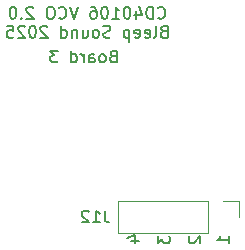
<source format=gbo>
G04 #@! TF.GenerationSoftware,KiCad,Pcbnew,9.0.4-9.0.4-0~ubuntu22.04.1*
G04 #@! TF.CreationDate,2025-10-19T11:47:48+01:00*
G04 #@! TF.ProjectId,CD40106_VCO,43443430-3130-4365-9f56-434f2e6b6963,rev?*
G04 #@! TF.SameCoordinates,Original*
G04 #@! TF.FileFunction,Legend,Bot*
G04 #@! TF.FilePolarity,Positive*
%FSLAX46Y46*%
G04 Gerber Fmt 4.6, Leading zero omitted, Abs format (unit mm)*
G04 Created by KiCad (PCBNEW 9.0.4-9.0.4-0~ubuntu22.04.1) date 2025-10-19 11:47:48*
%MOMM*%
%LPD*%
G01*
G04 APERTURE LIST*
%ADD10C,0.150000*%
%ADD11C,0.120000*%
%ADD12C,1.600000*%
%ADD13O,1.600000X1.600000*%
%ADD14O,2.500000X2.500000*%
%ADD15R,1.700000X1.700000*%
%ADD16O,1.700000X1.700000*%
G04 APERTURE END LIST*
D10*
X40969819Y-74460588D02*
X40969819Y-73889160D01*
X40969819Y-74174874D02*
X39969819Y-74174874D01*
X39969819Y-74174874D02*
X40112676Y-74079636D01*
X40112676Y-74079636D02*
X40207914Y-73984398D01*
X40207914Y-73984398D02*
X40255533Y-73889160D01*
X34976190Y-55359580D02*
X35023809Y-55407200D01*
X35023809Y-55407200D02*
X35166666Y-55454819D01*
X35166666Y-55454819D02*
X35261904Y-55454819D01*
X35261904Y-55454819D02*
X35404761Y-55407200D01*
X35404761Y-55407200D02*
X35499999Y-55311961D01*
X35499999Y-55311961D02*
X35547618Y-55216723D01*
X35547618Y-55216723D02*
X35595237Y-55026247D01*
X35595237Y-55026247D02*
X35595237Y-54883390D01*
X35595237Y-54883390D02*
X35547618Y-54692914D01*
X35547618Y-54692914D02*
X35499999Y-54597676D01*
X35499999Y-54597676D02*
X35404761Y-54502438D01*
X35404761Y-54502438D02*
X35261904Y-54454819D01*
X35261904Y-54454819D02*
X35166666Y-54454819D01*
X35166666Y-54454819D02*
X35023809Y-54502438D01*
X35023809Y-54502438D02*
X34976190Y-54550057D01*
X34547618Y-55454819D02*
X34547618Y-54454819D01*
X34547618Y-54454819D02*
X34309523Y-54454819D01*
X34309523Y-54454819D02*
X34166666Y-54502438D01*
X34166666Y-54502438D02*
X34071428Y-54597676D01*
X34071428Y-54597676D02*
X34023809Y-54692914D01*
X34023809Y-54692914D02*
X33976190Y-54883390D01*
X33976190Y-54883390D02*
X33976190Y-55026247D01*
X33976190Y-55026247D02*
X34023809Y-55216723D01*
X34023809Y-55216723D02*
X34071428Y-55311961D01*
X34071428Y-55311961D02*
X34166666Y-55407200D01*
X34166666Y-55407200D02*
X34309523Y-55454819D01*
X34309523Y-55454819D02*
X34547618Y-55454819D01*
X33119047Y-54788152D02*
X33119047Y-55454819D01*
X33357142Y-54407200D02*
X33595237Y-55121485D01*
X33595237Y-55121485D02*
X32976190Y-55121485D01*
X32404761Y-54454819D02*
X32309523Y-54454819D01*
X32309523Y-54454819D02*
X32214285Y-54502438D01*
X32214285Y-54502438D02*
X32166666Y-54550057D01*
X32166666Y-54550057D02*
X32119047Y-54645295D01*
X32119047Y-54645295D02*
X32071428Y-54835771D01*
X32071428Y-54835771D02*
X32071428Y-55073866D01*
X32071428Y-55073866D02*
X32119047Y-55264342D01*
X32119047Y-55264342D02*
X32166666Y-55359580D01*
X32166666Y-55359580D02*
X32214285Y-55407200D01*
X32214285Y-55407200D02*
X32309523Y-55454819D01*
X32309523Y-55454819D02*
X32404761Y-55454819D01*
X32404761Y-55454819D02*
X32499999Y-55407200D01*
X32499999Y-55407200D02*
X32547618Y-55359580D01*
X32547618Y-55359580D02*
X32595237Y-55264342D01*
X32595237Y-55264342D02*
X32642856Y-55073866D01*
X32642856Y-55073866D02*
X32642856Y-54835771D01*
X32642856Y-54835771D02*
X32595237Y-54645295D01*
X32595237Y-54645295D02*
X32547618Y-54550057D01*
X32547618Y-54550057D02*
X32499999Y-54502438D01*
X32499999Y-54502438D02*
X32404761Y-54454819D01*
X31119047Y-55454819D02*
X31690475Y-55454819D01*
X31404761Y-55454819D02*
X31404761Y-54454819D01*
X31404761Y-54454819D02*
X31499999Y-54597676D01*
X31499999Y-54597676D02*
X31595237Y-54692914D01*
X31595237Y-54692914D02*
X31690475Y-54740533D01*
X30499999Y-54454819D02*
X30404761Y-54454819D01*
X30404761Y-54454819D02*
X30309523Y-54502438D01*
X30309523Y-54502438D02*
X30261904Y-54550057D01*
X30261904Y-54550057D02*
X30214285Y-54645295D01*
X30214285Y-54645295D02*
X30166666Y-54835771D01*
X30166666Y-54835771D02*
X30166666Y-55073866D01*
X30166666Y-55073866D02*
X30214285Y-55264342D01*
X30214285Y-55264342D02*
X30261904Y-55359580D01*
X30261904Y-55359580D02*
X30309523Y-55407200D01*
X30309523Y-55407200D02*
X30404761Y-55454819D01*
X30404761Y-55454819D02*
X30499999Y-55454819D01*
X30499999Y-55454819D02*
X30595237Y-55407200D01*
X30595237Y-55407200D02*
X30642856Y-55359580D01*
X30642856Y-55359580D02*
X30690475Y-55264342D01*
X30690475Y-55264342D02*
X30738094Y-55073866D01*
X30738094Y-55073866D02*
X30738094Y-54835771D01*
X30738094Y-54835771D02*
X30690475Y-54645295D01*
X30690475Y-54645295D02*
X30642856Y-54550057D01*
X30642856Y-54550057D02*
X30595237Y-54502438D01*
X30595237Y-54502438D02*
X30499999Y-54454819D01*
X29309523Y-54454819D02*
X29499999Y-54454819D01*
X29499999Y-54454819D02*
X29595237Y-54502438D01*
X29595237Y-54502438D02*
X29642856Y-54550057D01*
X29642856Y-54550057D02*
X29738094Y-54692914D01*
X29738094Y-54692914D02*
X29785713Y-54883390D01*
X29785713Y-54883390D02*
X29785713Y-55264342D01*
X29785713Y-55264342D02*
X29738094Y-55359580D01*
X29738094Y-55359580D02*
X29690475Y-55407200D01*
X29690475Y-55407200D02*
X29595237Y-55454819D01*
X29595237Y-55454819D02*
X29404761Y-55454819D01*
X29404761Y-55454819D02*
X29309523Y-55407200D01*
X29309523Y-55407200D02*
X29261904Y-55359580D01*
X29261904Y-55359580D02*
X29214285Y-55264342D01*
X29214285Y-55264342D02*
X29214285Y-55026247D01*
X29214285Y-55026247D02*
X29261904Y-54931009D01*
X29261904Y-54931009D02*
X29309523Y-54883390D01*
X29309523Y-54883390D02*
X29404761Y-54835771D01*
X29404761Y-54835771D02*
X29595237Y-54835771D01*
X29595237Y-54835771D02*
X29690475Y-54883390D01*
X29690475Y-54883390D02*
X29738094Y-54931009D01*
X29738094Y-54931009D02*
X29785713Y-55026247D01*
X28166665Y-54454819D02*
X27833332Y-55454819D01*
X27833332Y-55454819D02*
X27499999Y-54454819D01*
X26595237Y-55359580D02*
X26642856Y-55407200D01*
X26642856Y-55407200D02*
X26785713Y-55454819D01*
X26785713Y-55454819D02*
X26880951Y-55454819D01*
X26880951Y-55454819D02*
X27023808Y-55407200D01*
X27023808Y-55407200D02*
X27119046Y-55311961D01*
X27119046Y-55311961D02*
X27166665Y-55216723D01*
X27166665Y-55216723D02*
X27214284Y-55026247D01*
X27214284Y-55026247D02*
X27214284Y-54883390D01*
X27214284Y-54883390D02*
X27166665Y-54692914D01*
X27166665Y-54692914D02*
X27119046Y-54597676D01*
X27119046Y-54597676D02*
X27023808Y-54502438D01*
X27023808Y-54502438D02*
X26880951Y-54454819D01*
X26880951Y-54454819D02*
X26785713Y-54454819D01*
X26785713Y-54454819D02*
X26642856Y-54502438D01*
X26642856Y-54502438D02*
X26595237Y-54550057D01*
X25976189Y-54454819D02*
X25785713Y-54454819D01*
X25785713Y-54454819D02*
X25690475Y-54502438D01*
X25690475Y-54502438D02*
X25595237Y-54597676D01*
X25595237Y-54597676D02*
X25547618Y-54788152D01*
X25547618Y-54788152D02*
X25547618Y-55121485D01*
X25547618Y-55121485D02*
X25595237Y-55311961D01*
X25595237Y-55311961D02*
X25690475Y-55407200D01*
X25690475Y-55407200D02*
X25785713Y-55454819D01*
X25785713Y-55454819D02*
X25976189Y-55454819D01*
X25976189Y-55454819D02*
X26071427Y-55407200D01*
X26071427Y-55407200D02*
X26166665Y-55311961D01*
X26166665Y-55311961D02*
X26214284Y-55121485D01*
X26214284Y-55121485D02*
X26214284Y-54788152D01*
X26214284Y-54788152D02*
X26166665Y-54597676D01*
X26166665Y-54597676D02*
X26071427Y-54502438D01*
X26071427Y-54502438D02*
X25976189Y-54454819D01*
X24404760Y-54550057D02*
X24357141Y-54502438D01*
X24357141Y-54502438D02*
X24261903Y-54454819D01*
X24261903Y-54454819D02*
X24023808Y-54454819D01*
X24023808Y-54454819D02*
X23928570Y-54502438D01*
X23928570Y-54502438D02*
X23880951Y-54550057D01*
X23880951Y-54550057D02*
X23833332Y-54645295D01*
X23833332Y-54645295D02*
X23833332Y-54740533D01*
X23833332Y-54740533D02*
X23880951Y-54883390D01*
X23880951Y-54883390D02*
X24452379Y-55454819D01*
X24452379Y-55454819D02*
X23833332Y-55454819D01*
X23404760Y-55359580D02*
X23357141Y-55407200D01*
X23357141Y-55407200D02*
X23404760Y-55454819D01*
X23404760Y-55454819D02*
X23452379Y-55407200D01*
X23452379Y-55407200D02*
X23404760Y-55359580D01*
X23404760Y-55359580D02*
X23404760Y-55454819D01*
X22738094Y-54454819D02*
X22642856Y-54454819D01*
X22642856Y-54454819D02*
X22547618Y-54502438D01*
X22547618Y-54502438D02*
X22499999Y-54550057D01*
X22499999Y-54550057D02*
X22452380Y-54645295D01*
X22452380Y-54645295D02*
X22404761Y-54835771D01*
X22404761Y-54835771D02*
X22404761Y-55073866D01*
X22404761Y-55073866D02*
X22452380Y-55264342D01*
X22452380Y-55264342D02*
X22499999Y-55359580D01*
X22499999Y-55359580D02*
X22547618Y-55407200D01*
X22547618Y-55407200D02*
X22642856Y-55454819D01*
X22642856Y-55454819D02*
X22738094Y-55454819D01*
X22738094Y-55454819D02*
X22833332Y-55407200D01*
X22833332Y-55407200D02*
X22880951Y-55359580D01*
X22880951Y-55359580D02*
X22928570Y-55264342D01*
X22928570Y-55264342D02*
X22976189Y-55073866D01*
X22976189Y-55073866D02*
X22976189Y-54835771D01*
X22976189Y-54835771D02*
X22928570Y-54645295D01*
X22928570Y-54645295D02*
X22880951Y-54550057D01*
X22880951Y-54550057D02*
X22833332Y-54502438D01*
X22833332Y-54502438D02*
X22738094Y-54454819D01*
X35452381Y-56540953D02*
X35309524Y-56588572D01*
X35309524Y-56588572D02*
X35261905Y-56636191D01*
X35261905Y-56636191D02*
X35214286Y-56731429D01*
X35214286Y-56731429D02*
X35214286Y-56874286D01*
X35214286Y-56874286D02*
X35261905Y-56969524D01*
X35261905Y-56969524D02*
X35309524Y-57017144D01*
X35309524Y-57017144D02*
X35404762Y-57064763D01*
X35404762Y-57064763D02*
X35785714Y-57064763D01*
X35785714Y-57064763D02*
X35785714Y-56064763D01*
X35785714Y-56064763D02*
X35452381Y-56064763D01*
X35452381Y-56064763D02*
X35357143Y-56112382D01*
X35357143Y-56112382D02*
X35309524Y-56160001D01*
X35309524Y-56160001D02*
X35261905Y-56255239D01*
X35261905Y-56255239D02*
X35261905Y-56350477D01*
X35261905Y-56350477D02*
X35309524Y-56445715D01*
X35309524Y-56445715D02*
X35357143Y-56493334D01*
X35357143Y-56493334D02*
X35452381Y-56540953D01*
X35452381Y-56540953D02*
X35785714Y-56540953D01*
X34642857Y-57064763D02*
X34738095Y-57017144D01*
X34738095Y-57017144D02*
X34785714Y-56921905D01*
X34785714Y-56921905D02*
X34785714Y-56064763D01*
X33880952Y-57017144D02*
X33976190Y-57064763D01*
X33976190Y-57064763D02*
X34166666Y-57064763D01*
X34166666Y-57064763D02*
X34261904Y-57017144D01*
X34261904Y-57017144D02*
X34309523Y-56921905D01*
X34309523Y-56921905D02*
X34309523Y-56540953D01*
X34309523Y-56540953D02*
X34261904Y-56445715D01*
X34261904Y-56445715D02*
X34166666Y-56398096D01*
X34166666Y-56398096D02*
X33976190Y-56398096D01*
X33976190Y-56398096D02*
X33880952Y-56445715D01*
X33880952Y-56445715D02*
X33833333Y-56540953D01*
X33833333Y-56540953D02*
X33833333Y-56636191D01*
X33833333Y-56636191D02*
X34309523Y-56731429D01*
X33023809Y-57017144D02*
X33119047Y-57064763D01*
X33119047Y-57064763D02*
X33309523Y-57064763D01*
X33309523Y-57064763D02*
X33404761Y-57017144D01*
X33404761Y-57017144D02*
X33452380Y-56921905D01*
X33452380Y-56921905D02*
X33452380Y-56540953D01*
X33452380Y-56540953D02*
X33404761Y-56445715D01*
X33404761Y-56445715D02*
X33309523Y-56398096D01*
X33309523Y-56398096D02*
X33119047Y-56398096D01*
X33119047Y-56398096D02*
X33023809Y-56445715D01*
X33023809Y-56445715D02*
X32976190Y-56540953D01*
X32976190Y-56540953D02*
X32976190Y-56636191D01*
X32976190Y-56636191D02*
X33452380Y-56731429D01*
X32547618Y-56398096D02*
X32547618Y-57398096D01*
X32547618Y-56445715D02*
X32452380Y-56398096D01*
X32452380Y-56398096D02*
X32261904Y-56398096D01*
X32261904Y-56398096D02*
X32166666Y-56445715D01*
X32166666Y-56445715D02*
X32119047Y-56493334D01*
X32119047Y-56493334D02*
X32071428Y-56588572D01*
X32071428Y-56588572D02*
X32071428Y-56874286D01*
X32071428Y-56874286D02*
X32119047Y-56969524D01*
X32119047Y-56969524D02*
X32166666Y-57017144D01*
X32166666Y-57017144D02*
X32261904Y-57064763D01*
X32261904Y-57064763D02*
X32452380Y-57064763D01*
X32452380Y-57064763D02*
X32547618Y-57017144D01*
X30928570Y-57017144D02*
X30785713Y-57064763D01*
X30785713Y-57064763D02*
X30547618Y-57064763D01*
X30547618Y-57064763D02*
X30452380Y-57017144D01*
X30452380Y-57017144D02*
X30404761Y-56969524D01*
X30404761Y-56969524D02*
X30357142Y-56874286D01*
X30357142Y-56874286D02*
X30357142Y-56779048D01*
X30357142Y-56779048D02*
X30404761Y-56683810D01*
X30404761Y-56683810D02*
X30452380Y-56636191D01*
X30452380Y-56636191D02*
X30547618Y-56588572D01*
X30547618Y-56588572D02*
X30738094Y-56540953D01*
X30738094Y-56540953D02*
X30833332Y-56493334D01*
X30833332Y-56493334D02*
X30880951Y-56445715D01*
X30880951Y-56445715D02*
X30928570Y-56350477D01*
X30928570Y-56350477D02*
X30928570Y-56255239D01*
X30928570Y-56255239D02*
X30880951Y-56160001D01*
X30880951Y-56160001D02*
X30833332Y-56112382D01*
X30833332Y-56112382D02*
X30738094Y-56064763D01*
X30738094Y-56064763D02*
X30499999Y-56064763D01*
X30499999Y-56064763D02*
X30357142Y-56112382D01*
X29785713Y-57064763D02*
X29880951Y-57017144D01*
X29880951Y-57017144D02*
X29928570Y-56969524D01*
X29928570Y-56969524D02*
X29976189Y-56874286D01*
X29976189Y-56874286D02*
X29976189Y-56588572D01*
X29976189Y-56588572D02*
X29928570Y-56493334D01*
X29928570Y-56493334D02*
X29880951Y-56445715D01*
X29880951Y-56445715D02*
X29785713Y-56398096D01*
X29785713Y-56398096D02*
X29642856Y-56398096D01*
X29642856Y-56398096D02*
X29547618Y-56445715D01*
X29547618Y-56445715D02*
X29499999Y-56493334D01*
X29499999Y-56493334D02*
X29452380Y-56588572D01*
X29452380Y-56588572D02*
X29452380Y-56874286D01*
X29452380Y-56874286D02*
X29499999Y-56969524D01*
X29499999Y-56969524D02*
X29547618Y-57017144D01*
X29547618Y-57017144D02*
X29642856Y-57064763D01*
X29642856Y-57064763D02*
X29785713Y-57064763D01*
X28595237Y-56398096D02*
X28595237Y-57064763D01*
X29023808Y-56398096D02*
X29023808Y-56921905D01*
X29023808Y-56921905D02*
X28976189Y-57017144D01*
X28976189Y-57017144D02*
X28880951Y-57064763D01*
X28880951Y-57064763D02*
X28738094Y-57064763D01*
X28738094Y-57064763D02*
X28642856Y-57017144D01*
X28642856Y-57017144D02*
X28595237Y-56969524D01*
X28119046Y-56398096D02*
X28119046Y-57064763D01*
X28119046Y-56493334D02*
X28071427Y-56445715D01*
X28071427Y-56445715D02*
X27976189Y-56398096D01*
X27976189Y-56398096D02*
X27833332Y-56398096D01*
X27833332Y-56398096D02*
X27738094Y-56445715D01*
X27738094Y-56445715D02*
X27690475Y-56540953D01*
X27690475Y-56540953D02*
X27690475Y-57064763D01*
X26785713Y-57064763D02*
X26785713Y-56064763D01*
X26785713Y-57017144D02*
X26880951Y-57064763D01*
X26880951Y-57064763D02*
X27071427Y-57064763D01*
X27071427Y-57064763D02*
X27166665Y-57017144D01*
X27166665Y-57017144D02*
X27214284Y-56969524D01*
X27214284Y-56969524D02*
X27261903Y-56874286D01*
X27261903Y-56874286D02*
X27261903Y-56588572D01*
X27261903Y-56588572D02*
X27214284Y-56493334D01*
X27214284Y-56493334D02*
X27166665Y-56445715D01*
X27166665Y-56445715D02*
X27071427Y-56398096D01*
X27071427Y-56398096D02*
X26880951Y-56398096D01*
X26880951Y-56398096D02*
X26785713Y-56445715D01*
X25595236Y-56160001D02*
X25547617Y-56112382D01*
X25547617Y-56112382D02*
X25452379Y-56064763D01*
X25452379Y-56064763D02*
X25214284Y-56064763D01*
X25214284Y-56064763D02*
X25119046Y-56112382D01*
X25119046Y-56112382D02*
X25071427Y-56160001D01*
X25071427Y-56160001D02*
X25023808Y-56255239D01*
X25023808Y-56255239D02*
X25023808Y-56350477D01*
X25023808Y-56350477D02*
X25071427Y-56493334D01*
X25071427Y-56493334D02*
X25642855Y-57064763D01*
X25642855Y-57064763D02*
X25023808Y-57064763D01*
X24404760Y-56064763D02*
X24309522Y-56064763D01*
X24309522Y-56064763D02*
X24214284Y-56112382D01*
X24214284Y-56112382D02*
X24166665Y-56160001D01*
X24166665Y-56160001D02*
X24119046Y-56255239D01*
X24119046Y-56255239D02*
X24071427Y-56445715D01*
X24071427Y-56445715D02*
X24071427Y-56683810D01*
X24071427Y-56683810D02*
X24119046Y-56874286D01*
X24119046Y-56874286D02*
X24166665Y-56969524D01*
X24166665Y-56969524D02*
X24214284Y-57017144D01*
X24214284Y-57017144D02*
X24309522Y-57064763D01*
X24309522Y-57064763D02*
X24404760Y-57064763D01*
X24404760Y-57064763D02*
X24499998Y-57017144D01*
X24499998Y-57017144D02*
X24547617Y-56969524D01*
X24547617Y-56969524D02*
X24595236Y-56874286D01*
X24595236Y-56874286D02*
X24642855Y-56683810D01*
X24642855Y-56683810D02*
X24642855Y-56445715D01*
X24642855Y-56445715D02*
X24595236Y-56255239D01*
X24595236Y-56255239D02*
X24547617Y-56160001D01*
X24547617Y-56160001D02*
X24499998Y-56112382D01*
X24499998Y-56112382D02*
X24404760Y-56064763D01*
X23690474Y-56160001D02*
X23642855Y-56112382D01*
X23642855Y-56112382D02*
X23547617Y-56064763D01*
X23547617Y-56064763D02*
X23309522Y-56064763D01*
X23309522Y-56064763D02*
X23214284Y-56112382D01*
X23214284Y-56112382D02*
X23166665Y-56160001D01*
X23166665Y-56160001D02*
X23119046Y-56255239D01*
X23119046Y-56255239D02*
X23119046Y-56350477D01*
X23119046Y-56350477D02*
X23166665Y-56493334D01*
X23166665Y-56493334D02*
X23738093Y-57064763D01*
X23738093Y-57064763D02*
X23119046Y-57064763D01*
X22214284Y-56064763D02*
X22690474Y-56064763D01*
X22690474Y-56064763D02*
X22738093Y-56540953D01*
X22738093Y-56540953D02*
X22690474Y-56493334D01*
X22690474Y-56493334D02*
X22595236Y-56445715D01*
X22595236Y-56445715D02*
X22357141Y-56445715D01*
X22357141Y-56445715D02*
X22261903Y-56493334D01*
X22261903Y-56493334D02*
X22214284Y-56540953D01*
X22214284Y-56540953D02*
X22166665Y-56636191D01*
X22166665Y-56636191D02*
X22166665Y-56874286D01*
X22166665Y-56874286D02*
X22214284Y-56969524D01*
X22214284Y-56969524D02*
X22261903Y-57017144D01*
X22261903Y-57017144D02*
X22357141Y-57064763D01*
X22357141Y-57064763D02*
X22595236Y-57064763D01*
X22595236Y-57064763D02*
X22690474Y-57017144D01*
X22690474Y-57017144D02*
X22738093Y-56969524D01*
X31152381Y-58631009D02*
X31009524Y-58678628D01*
X31009524Y-58678628D02*
X30961905Y-58726247D01*
X30961905Y-58726247D02*
X30914286Y-58821485D01*
X30914286Y-58821485D02*
X30914286Y-58964342D01*
X30914286Y-58964342D02*
X30961905Y-59059580D01*
X30961905Y-59059580D02*
X31009524Y-59107200D01*
X31009524Y-59107200D02*
X31104762Y-59154819D01*
X31104762Y-59154819D02*
X31485714Y-59154819D01*
X31485714Y-59154819D02*
X31485714Y-58154819D01*
X31485714Y-58154819D02*
X31152381Y-58154819D01*
X31152381Y-58154819D02*
X31057143Y-58202438D01*
X31057143Y-58202438D02*
X31009524Y-58250057D01*
X31009524Y-58250057D02*
X30961905Y-58345295D01*
X30961905Y-58345295D02*
X30961905Y-58440533D01*
X30961905Y-58440533D02*
X31009524Y-58535771D01*
X31009524Y-58535771D02*
X31057143Y-58583390D01*
X31057143Y-58583390D02*
X31152381Y-58631009D01*
X31152381Y-58631009D02*
X31485714Y-58631009D01*
X30342857Y-59154819D02*
X30438095Y-59107200D01*
X30438095Y-59107200D02*
X30485714Y-59059580D01*
X30485714Y-59059580D02*
X30533333Y-58964342D01*
X30533333Y-58964342D02*
X30533333Y-58678628D01*
X30533333Y-58678628D02*
X30485714Y-58583390D01*
X30485714Y-58583390D02*
X30438095Y-58535771D01*
X30438095Y-58535771D02*
X30342857Y-58488152D01*
X30342857Y-58488152D02*
X30200000Y-58488152D01*
X30200000Y-58488152D02*
X30104762Y-58535771D01*
X30104762Y-58535771D02*
X30057143Y-58583390D01*
X30057143Y-58583390D02*
X30009524Y-58678628D01*
X30009524Y-58678628D02*
X30009524Y-58964342D01*
X30009524Y-58964342D02*
X30057143Y-59059580D01*
X30057143Y-59059580D02*
X30104762Y-59107200D01*
X30104762Y-59107200D02*
X30200000Y-59154819D01*
X30200000Y-59154819D02*
X30342857Y-59154819D01*
X29152381Y-59154819D02*
X29152381Y-58631009D01*
X29152381Y-58631009D02*
X29200000Y-58535771D01*
X29200000Y-58535771D02*
X29295238Y-58488152D01*
X29295238Y-58488152D02*
X29485714Y-58488152D01*
X29485714Y-58488152D02*
X29580952Y-58535771D01*
X29152381Y-59107200D02*
X29247619Y-59154819D01*
X29247619Y-59154819D02*
X29485714Y-59154819D01*
X29485714Y-59154819D02*
X29580952Y-59107200D01*
X29580952Y-59107200D02*
X29628571Y-59011961D01*
X29628571Y-59011961D02*
X29628571Y-58916723D01*
X29628571Y-58916723D02*
X29580952Y-58821485D01*
X29580952Y-58821485D02*
X29485714Y-58773866D01*
X29485714Y-58773866D02*
X29247619Y-58773866D01*
X29247619Y-58773866D02*
X29152381Y-58726247D01*
X28676190Y-59154819D02*
X28676190Y-58488152D01*
X28676190Y-58678628D02*
X28628571Y-58583390D01*
X28628571Y-58583390D02*
X28580952Y-58535771D01*
X28580952Y-58535771D02*
X28485714Y-58488152D01*
X28485714Y-58488152D02*
X28390476Y-58488152D01*
X27628571Y-59154819D02*
X27628571Y-58154819D01*
X27628571Y-59107200D02*
X27723809Y-59154819D01*
X27723809Y-59154819D02*
X27914285Y-59154819D01*
X27914285Y-59154819D02*
X28009523Y-59107200D01*
X28009523Y-59107200D02*
X28057142Y-59059580D01*
X28057142Y-59059580D02*
X28104761Y-58964342D01*
X28104761Y-58964342D02*
X28104761Y-58678628D01*
X28104761Y-58678628D02*
X28057142Y-58583390D01*
X28057142Y-58583390D02*
X28009523Y-58535771D01*
X28009523Y-58535771D02*
X27914285Y-58488152D01*
X27914285Y-58488152D02*
X27723809Y-58488152D01*
X27723809Y-58488152D02*
X27628571Y-58535771D01*
X26485713Y-58154819D02*
X25866666Y-58154819D01*
X25866666Y-58154819D02*
X26199999Y-58535771D01*
X26199999Y-58535771D02*
X26057142Y-58535771D01*
X26057142Y-58535771D02*
X25961904Y-58583390D01*
X25961904Y-58583390D02*
X25914285Y-58631009D01*
X25914285Y-58631009D02*
X25866666Y-58726247D01*
X25866666Y-58726247D02*
X25866666Y-58964342D01*
X25866666Y-58964342D02*
X25914285Y-59059580D01*
X25914285Y-59059580D02*
X25961904Y-59107200D01*
X25961904Y-59107200D02*
X26057142Y-59154819D01*
X26057142Y-59154819D02*
X26342856Y-59154819D01*
X26342856Y-59154819D02*
X26438094Y-59107200D01*
X26438094Y-59107200D02*
X26485713Y-59059580D01*
X32703152Y-74265350D02*
X33369819Y-74265350D01*
X32322200Y-74027255D02*
X33036485Y-73789160D01*
X33036485Y-73789160D02*
X33036485Y-74408207D01*
X37665057Y-73889160D02*
X37617438Y-73936779D01*
X37617438Y-73936779D02*
X37569819Y-74032017D01*
X37569819Y-74032017D02*
X37569819Y-74270112D01*
X37569819Y-74270112D02*
X37617438Y-74365350D01*
X37617438Y-74365350D02*
X37665057Y-74412969D01*
X37665057Y-74412969D02*
X37760295Y-74460588D01*
X37760295Y-74460588D02*
X37855533Y-74460588D01*
X37855533Y-74460588D02*
X37998390Y-74412969D01*
X37998390Y-74412969D02*
X38569819Y-73841541D01*
X38569819Y-73841541D02*
X38569819Y-74460588D01*
X34969819Y-73841541D02*
X34969819Y-74460588D01*
X34969819Y-74460588D02*
X35350771Y-74127255D01*
X35350771Y-74127255D02*
X35350771Y-74270112D01*
X35350771Y-74270112D02*
X35398390Y-74365350D01*
X35398390Y-74365350D02*
X35446009Y-74412969D01*
X35446009Y-74412969D02*
X35541247Y-74460588D01*
X35541247Y-74460588D02*
X35779342Y-74460588D01*
X35779342Y-74460588D02*
X35874580Y-74412969D01*
X35874580Y-74412969D02*
X35922200Y-74365350D01*
X35922200Y-74365350D02*
X35969819Y-74270112D01*
X35969819Y-74270112D02*
X35969819Y-73984398D01*
X35969819Y-73984398D02*
X35922200Y-73889160D01*
X35922200Y-73889160D02*
X35874580Y-73841541D01*
X30479523Y-71704819D02*
X30479523Y-72419104D01*
X30479523Y-72419104D02*
X30527142Y-72561961D01*
X30527142Y-72561961D02*
X30622380Y-72657200D01*
X30622380Y-72657200D02*
X30765237Y-72704819D01*
X30765237Y-72704819D02*
X30860475Y-72704819D01*
X29479523Y-72704819D02*
X30050951Y-72704819D01*
X29765237Y-72704819D02*
X29765237Y-71704819D01*
X29765237Y-71704819D02*
X29860475Y-71847676D01*
X29860475Y-71847676D02*
X29955713Y-71942914D01*
X29955713Y-71942914D02*
X30050951Y-71990533D01*
X29098570Y-71800057D02*
X29050951Y-71752438D01*
X29050951Y-71752438D02*
X28955713Y-71704819D01*
X28955713Y-71704819D02*
X28717618Y-71704819D01*
X28717618Y-71704819D02*
X28622380Y-71752438D01*
X28622380Y-71752438D02*
X28574761Y-71800057D01*
X28574761Y-71800057D02*
X28527142Y-71895295D01*
X28527142Y-71895295D02*
X28527142Y-71990533D01*
X28527142Y-71990533D02*
X28574761Y-72133390D01*
X28574761Y-72133390D02*
X29146189Y-72704819D01*
X29146189Y-72704819D02*
X28527142Y-72704819D01*
D11*
X31550000Y-73580000D02*
X31550000Y-70920000D01*
X39230000Y-70920000D02*
X31550000Y-70920000D01*
X39230000Y-73580000D02*
X31550000Y-73580000D01*
X39230000Y-73580000D02*
X39230000Y-70920000D01*
X41830000Y-70920000D02*
X40500000Y-70920000D01*
X41830000Y-72250000D02*
X41830000Y-70920000D01*
%LPC*%
D12*
X16420000Y-68250000D03*
D13*
X26580000Y-68250000D03*
D12*
X41580000Y-65000000D03*
D13*
X31420000Y-65000000D03*
D12*
X31420000Y-68250000D03*
D13*
X41580000Y-68250000D03*
D12*
X26580000Y-71500000D03*
D13*
X16420000Y-71500000D03*
D14*
X18278224Y-47127109D03*
X21151115Y-42151115D03*
X26127109Y-39278224D03*
X31872891Y-39278224D03*
X36848885Y-42151115D03*
X39721776Y-47127109D03*
X39721776Y-52872891D03*
X36848885Y-57848885D03*
X31872891Y-60721776D03*
X26127109Y-60721776D03*
X21151115Y-57848885D03*
X18278224Y-52872891D03*
X26277639Y-47277639D03*
X31722361Y-47277639D03*
X31722361Y-52722361D03*
X26277639Y-52722361D03*
D12*
X16420000Y-65000000D03*
D13*
X26580000Y-65000000D03*
D15*
X40500000Y-72250000D03*
D16*
X37960000Y-72250000D03*
X35420000Y-72250000D03*
X32880000Y-72250000D03*
%LPD*%
M02*

</source>
